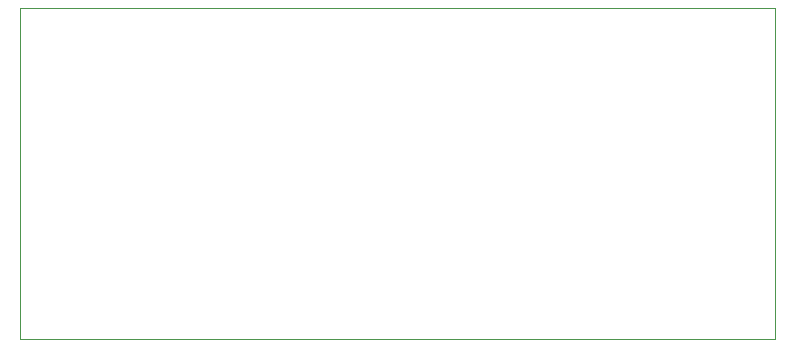
<source format=gbr>
%TF.GenerationSoftware,KiCad,Pcbnew,(6.0.7-1)-1*%
%TF.CreationDate,2022-11-06T10:24:33+01:00*%
%TF.ProjectId,bytesync,62797465-7379-46e6-932e-6b696361645f,rev?*%
%TF.SameCoordinates,PX6052340PY68e7780*%
%TF.FileFunction,Profile,NP*%
%FSLAX46Y46*%
G04 Gerber Fmt 4.6, Leading zero omitted, Abs format (unit mm)*
G04 Created by KiCad (PCBNEW (6.0.7-1)-1) date 2022-11-06 10:24:33*
%MOMM*%
%LPD*%
G01*
G04 APERTURE LIST*
%TA.AperFunction,Profile*%
%ADD10C,0.100000*%
%TD*%
G04 APERTURE END LIST*
D10*
X0Y28000000D02*
X64000000Y28000000D01*
X64000000Y28000000D02*
X64000000Y0D01*
X64000000Y0D02*
X0Y0D01*
X0Y0D02*
X0Y28000000D01*
M02*

</source>
